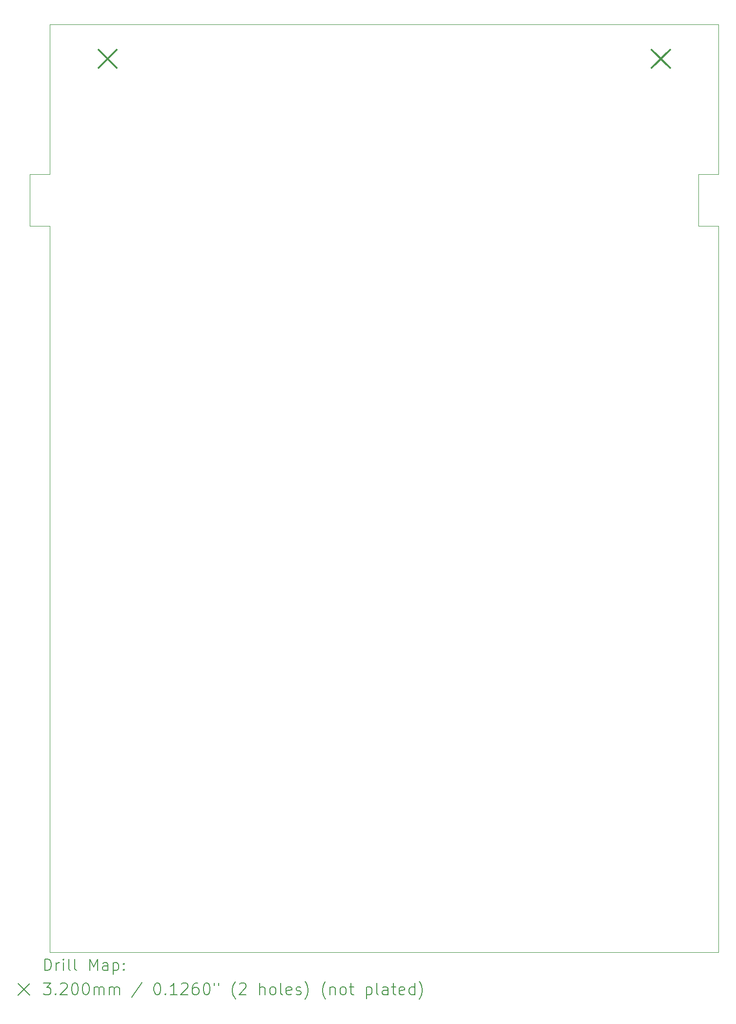
<source format=gbr>
%TF.GenerationSoftware,KiCad,Pcbnew,9.0.2*%
%TF.CreationDate,2025-05-18T19:27:08-05:00*%
%TF.ProjectId,touch-pads,746f7563-682d-4706-9164-732e6b696361,rev?*%
%TF.SameCoordinates,Original*%
%TF.FileFunction,Drillmap*%
%TF.FilePolarity,Positive*%
%FSLAX45Y45*%
G04 Gerber Fmt 4.5, Leading zero omitted, Abs format (unit mm)*
G04 Created by KiCad (PCBNEW 9.0.2) date 2025-05-18 19:27:08*
%MOMM*%
%LPD*%
G01*
G04 APERTURE LIST*
%ADD10C,0.050000*%
%ADD11C,0.200000*%
%ADD12C,0.320000*%
G04 APERTURE END LIST*
D10*
X32125000Y-10075000D02*
X32125000Y-12675000D01*
X20525000Y-10075000D02*
X20525000Y-12675000D01*
X20175000Y-12675000D02*
X20175000Y-13575000D01*
X32125000Y-13575000D02*
X31775000Y-13575000D01*
X32125000Y-13575000D02*
X32125000Y-26175000D01*
X20525000Y-13575000D02*
X20525000Y-26175000D01*
X32125000Y-26175000D02*
X20525000Y-26175000D01*
X20525000Y-13575000D02*
X20175000Y-13575000D01*
X20525000Y-10075000D02*
X32125000Y-10075000D01*
X31775000Y-12675000D02*
X31775000Y-13575000D01*
X20175000Y-12675000D02*
X20525000Y-12675000D01*
X31775000Y-12675000D02*
X32125000Y-12675000D01*
D11*
D12*
X21365000Y-10515000D02*
X21685000Y-10835000D01*
X21685000Y-10515000D02*
X21365000Y-10835000D01*
X30965000Y-10515000D02*
X31285000Y-10835000D01*
X31285000Y-10515000D02*
X30965000Y-10835000D01*
D11*
X20433277Y-26488984D02*
X20433277Y-26288984D01*
X20433277Y-26288984D02*
X20480896Y-26288984D01*
X20480896Y-26288984D02*
X20509467Y-26298508D01*
X20509467Y-26298508D02*
X20528515Y-26317555D01*
X20528515Y-26317555D02*
X20538039Y-26336603D01*
X20538039Y-26336603D02*
X20547563Y-26374698D01*
X20547563Y-26374698D02*
X20547563Y-26403269D01*
X20547563Y-26403269D02*
X20538039Y-26441365D01*
X20538039Y-26441365D02*
X20528515Y-26460412D01*
X20528515Y-26460412D02*
X20509467Y-26479460D01*
X20509467Y-26479460D02*
X20480896Y-26488984D01*
X20480896Y-26488984D02*
X20433277Y-26488984D01*
X20633277Y-26488984D02*
X20633277Y-26355650D01*
X20633277Y-26393746D02*
X20642801Y-26374698D01*
X20642801Y-26374698D02*
X20652324Y-26365174D01*
X20652324Y-26365174D02*
X20671372Y-26355650D01*
X20671372Y-26355650D02*
X20690420Y-26355650D01*
X20757086Y-26488984D02*
X20757086Y-26355650D01*
X20757086Y-26288984D02*
X20747563Y-26298508D01*
X20747563Y-26298508D02*
X20757086Y-26308031D01*
X20757086Y-26308031D02*
X20766610Y-26298508D01*
X20766610Y-26298508D02*
X20757086Y-26288984D01*
X20757086Y-26288984D02*
X20757086Y-26308031D01*
X20880896Y-26488984D02*
X20861848Y-26479460D01*
X20861848Y-26479460D02*
X20852324Y-26460412D01*
X20852324Y-26460412D02*
X20852324Y-26288984D01*
X20985658Y-26488984D02*
X20966610Y-26479460D01*
X20966610Y-26479460D02*
X20957086Y-26460412D01*
X20957086Y-26460412D02*
X20957086Y-26288984D01*
X21214229Y-26488984D02*
X21214229Y-26288984D01*
X21214229Y-26288984D02*
X21280896Y-26431841D01*
X21280896Y-26431841D02*
X21347563Y-26288984D01*
X21347563Y-26288984D02*
X21347563Y-26488984D01*
X21528515Y-26488984D02*
X21528515Y-26384222D01*
X21528515Y-26384222D02*
X21518991Y-26365174D01*
X21518991Y-26365174D02*
X21499944Y-26355650D01*
X21499944Y-26355650D02*
X21461848Y-26355650D01*
X21461848Y-26355650D02*
X21442801Y-26365174D01*
X21528515Y-26479460D02*
X21509467Y-26488984D01*
X21509467Y-26488984D02*
X21461848Y-26488984D01*
X21461848Y-26488984D02*
X21442801Y-26479460D01*
X21442801Y-26479460D02*
X21433277Y-26460412D01*
X21433277Y-26460412D02*
X21433277Y-26441365D01*
X21433277Y-26441365D02*
X21442801Y-26422317D01*
X21442801Y-26422317D02*
X21461848Y-26412793D01*
X21461848Y-26412793D02*
X21509467Y-26412793D01*
X21509467Y-26412793D02*
X21528515Y-26403269D01*
X21623753Y-26355650D02*
X21623753Y-26555650D01*
X21623753Y-26365174D02*
X21642801Y-26355650D01*
X21642801Y-26355650D02*
X21680896Y-26355650D01*
X21680896Y-26355650D02*
X21699944Y-26365174D01*
X21699944Y-26365174D02*
X21709467Y-26374698D01*
X21709467Y-26374698D02*
X21718991Y-26393746D01*
X21718991Y-26393746D02*
X21718991Y-26450888D01*
X21718991Y-26450888D02*
X21709467Y-26469936D01*
X21709467Y-26469936D02*
X21699944Y-26479460D01*
X21699944Y-26479460D02*
X21680896Y-26488984D01*
X21680896Y-26488984D02*
X21642801Y-26488984D01*
X21642801Y-26488984D02*
X21623753Y-26479460D01*
X21804705Y-26469936D02*
X21814229Y-26479460D01*
X21814229Y-26479460D02*
X21804705Y-26488984D01*
X21804705Y-26488984D02*
X21795182Y-26479460D01*
X21795182Y-26479460D02*
X21804705Y-26469936D01*
X21804705Y-26469936D02*
X21804705Y-26488984D01*
X21804705Y-26365174D02*
X21814229Y-26374698D01*
X21814229Y-26374698D02*
X21804705Y-26384222D01*
X21804705Y-26384222D02*
X21795182Y-26374698D01*
X21795182Y-26374698D02*
X21804705Y-26365174D01*
X21804705Y-26365174D02*
X21804705Y-26384222D01*
X19972500Y-26717500D02*
X20172500Y-26917500D01*
X20172500Y-26717500D02*
X19972500Y-26917500D01*
X20414229Y-26708984D02*
X20538039Y-26708984D01*
X20538039Y-26708984D02*
X20471372Y-26785174D01*
X20471372Y-26785174D02*
X20499944Y-26785174D01*
X20499944Y-26785174D02*
X20518991Y-26794698D01*
X20518991Y-26794698D02*
X20528515Y-26804222D01*
X20528515Y-26804222D02*
X20538039Y-26823269D01*
X20538039Y-26823269D02*
X20538039Y-26870888D01*
X20538039Y-26870888D02*
X20528515Y-26889936D01*
X20528515Y-26889936D02*
X20518991Y-26899460D01*
X20518991Y-26899460D02*
X20499944Y-26908984D01*
X20499944Y-26908984D02*
X20442801Y-26908984D01*
X20442801Y-26908984D02*
X20423753Y-26899460D01*
X20423753Y-26899460D02*
X20414229Y-26889936D01*
X20623753Y-26889936D02*
X20633277Y-26899460D01*
X20633277Y-26899460D02*
X20623753Y-26908984D01*
X20623753Y-26908984D02*
X20614229Y-26899460D01*
X20614229Y-26899460D02*
X20623753Y-26889936D01*
X20623753Y-26889936D02*
X20623753Y-26908984D01*
X20709467Y-26728031D02*
X20718991Y-26718508D01*
X20718991Y-26718508D02*
X20738039Y-26708984D01*
X20738039Y-26708984D02*
X20785658Y-26708984D01*
X20785658Y-26708984D02*
X20804705Y-26718508D01*
X20804705Y-26718508D02*
X20814229Y-26728031D01*
X20814229Y-26728031D02*
X20823753Y-26747079D01*
X20823753Y-26747079D02*
X20823753Y-26766127D01*
X20823753Y-26766127D02*
X20814229Y-26794698D01*
X20814229Y-26794698D02*
X20699944Y-26908984D01*
X20699944Y-26908984D02*
X20823753Y-26908984D01*
X20947563Y-26708984D02*
X20966610Y-26708984D01*
X20966610Y-26708984D02*
X20985658Y-26718508D01*
X20985658Y-26718508D02*
X20995182Y-26728031D01*
X20995182Y-26728031D02*
X21004705Y-26747079D01*
X21004705Y-26747079D02*
X21014229Y-26785174D01*
X21014229Y-26785174D02*
X21014229Y-26832793D01*
X21014229Y-26832793D02*
X21004705Y-26870888D01*
X21004705Y-26870888D02*
X20995182Y-26889936D01*
X20995182Y-26889936D02*
X20985658Y-26899460D01*
X20985658Y-26899460D02*
X20966610Y-26908984D01*
X20966610Y-26908984D02*
X20947563Y-26908984D01*
X20947563Y-26908984D02*
X20928515Y-26899460D01*
X20928515Y-26899460D02*
X20918991Y-26889936D01*
X20918991Y-26889936D02*
X20909467Y-26870888D01*
X20909467Y-26870888D02*
X20899944Y-26832793D01*
X20899944Y-26832793D02*
X20899944Y-26785174D01*
X20899944Y-26785174D02*
X20909467Y-26747079D01*
X20909467Y-26747079D02*
X20918991Y-26728031D01*
X20918991Y-26728031D02*
X20928515Y-26718508D01*
X20928515Y-26718508D02*
X20947563Y-26708984D01*
X21138039Y-26708984D02*
X21157086Y-26708984D01*
X21157086Y-26708984D02*
X21176134Y-26718508D01*
X21176134Y-26718508D02*
X21185658Y-26728031D01*
X21185658Y-26728031D02*
X21195182Y-26747079D01*
X21195182Y-26747079D02*
X21204705Y-26785174D01*
X21204705Y-26785174D02*
X21204705Y-26832793D01*
X21204705Y-26832793D02*
X21195182Y-26870888D01*
X21195182Y-26870888D02*
X21185658Y-26889936D01*
X21185658Y-26889936D02*
X21176134Y-26899460D01*
X21176134Y-26899460D02*
X21157086Y-26908984D01*
X21157086Y-26908984D02*
X21138039Y-26908984D01*
X21138039Y-26908984D02*
X21118991Y-26899460D01*
X21118991Y-26899460D02*
X21109467Y-26889936D01*
X21109467Y-26889936D02*
X21099944Y-26870888D01*
X21099944Y-26870888D02*
X21090420Y-26832793D01*
X21090420Y-26832793D02*
X21090420Y-26785174D01*
X21090420Y-26785174D02*
X21099944Y-26747079D01*
X21099944Y-26747079D02*
X21109467Y-26728031D01*
X21109467Y-26728031D02*
X21118991Y-26718508D01*
X21118991Y-26718508D02*
X21138039Y-26708984D01*
X21290420Y-26908984D02*
X21290420Y-26775650D01*
X21290420Y-26794698D02*
X21299944Y-26785174D01*
X21299944Y-26785174D02*
X21318991Y-26775650D01*
X21318991Y-26775650D02*
X21347563Y-26775650D01*
X21347563Y-26775650D02*
X21366610Y-26785174D01*
X21366610Y-26785174D02*
X21376134Y-26804222D01*
X21376134Y-26804222D02*
X21376134Y-26908984D01*
X21376134Y-26804222D02*
X21385658Y-26785174D01*
X21385658Y-26785174D02*
X21404705Y-26775650D01*
X21404705Y-26775650D02*
X21433277Y-26775650D01*
X21433277Y-26775650D02*
X21452325Y-26785174D01*
X21452325Y-26785174D02*
X21461848Y-26804222D01*
X21461848Y-26804222D02*
X21461848Y-26908984D01*
X21557086Y-26908984D02*
X21557086Y-26775650D01*
X21557086Y-26794698D02*
X21566610Y-26785174D01*
X21566610Y-26785174D02*
X21585658Y-26775650D01*
X21585658Y-26775650D02*
X21614229Y-26775650D01*
X21614229Y-26775650D02*
X21633277Y-26785174D01*
X21633277Y-26785174D02*
X21642801Y-26804222D01*
X21642801Y-26804222D02*
X21642801Y-26908984D01*
X21642801Y-26804222D02*
X21652325Y-26785174D01*
X21652325Y-26785174D02*
X21671372Y-26775650D01*
X21671372Y-26775650D02*
X21699944Y-26775650D01*
X21699944Y-26775650D02*
X21718991Y-26785174D01*
X21718991Y-26785174D02*
X21728515Y-26804222D01*
X21728515Y-26804222D02*
X21728515Y-26908984D01*
X22118991Y-26699460D02*
X21947563Y-26956603D01*
X22376134Y-26708984D02*
X22395182Y-26708984D01*
X22395182Y-26708984D02*
X22414229Y-26718508D01*
X22414229Y-26718508D02*
X22423753Y-26728031D01*
X22423753Y-26728031D02*
X22433277Y-26747079D01*
X22433277Y-26747079D02*
X22442801Y-26785174D01*
X22442801Y-26785174D02*
X22442801Y-26832793D01*
X22442801Y-26832793D02*
X22433277Y-26870888D01*
X22433277Y-26870888D02*
X22423753Y-26889936D01*
X22423753Y-26889936D02*
X22414229Y-26899460D01*
X22414229Y-26899460D02*
X22395182Y-26908984D01*
X22395182Y-26908984D02*
X22376134Y-26908984D01*
X22376134Y-26908984D02*
X22357087Y-26899460D01*
X22357087Y-26899460D02*
X22347563Y-26889936D01*
X22347563Y-26889936D02*
X22338039Y-26870888D01*
X22338039Y-26870888D02*
X22328515Y-26832793D01*
X22328515Y-26832793D02*
X22328515Y-26785174D01*
X22328515Y-26785174D02*
X22338039Y-26747079D01*
X22338039Y-26747079D02*
X22347563Y-26728031D01*
X22347563Y-26728031D02*
X22357087Y-26718508D01*
X22357087Y-26718508D02*
X22376134Y-26708984D01*
X22528515Y-26889936D02*
X22538039Y-26899460D01*
X22538039Y-26899460D02*
X22528515Y-26908984D01*
X22528515Y-26908984D02*
X22518991Y-26899460D01*
X22518991Y-26899460D02*
X22528515Y-26889936D01*
X22528515Y-26889936D02*
X22528515Y-26908984D01*
X22728515Y-26908984D02*
X22614229Y-26908984D01*
X22671372Y-26908984D02*
X22671372Y-26708984D01*
X22671372Y-26708984D02*
X22652325Y-26737555D01*
X22652325Y-26737555D02*
X22633277Y-26756603D01*
X22633277Y-26756603D02*
X22614229Y-26766127D01*
X22804706Y-26728031D02*
X22814229Y-26718508D01*
X22814229Y-26718508D02*
X22833277Y-26708984D01*
X22833277Y-26708984D02*
X22880896Y-26708984D01*
X22880896Y-26708984D02*
X22899944Y-26718508D01*
X22899944Y-26718508D02*
X22909467Y-26728031D01*
X22909467Y-26728031D02*
X22918991Y-26747079D01*
X22918991Y-26747079D02*
X22918991Y-26766127D01*
X22918991Y-26766127D02*
X22909467Y-26794698D01*
X22909467Y-26794698D02*
X22795182Y-26908984D01*
X22795182Y-26908984D02*
X22918991Y-26908984D01*
X23090420Y-26708984D02*
X23052325Y-26708984D01*
X23052325Y-26708984D02*
X23033277Y-26718508D01*
X23033277Y-26718508D02*
X23023753Y-26728031D01*
X23023753Y-26728031D02*
X23004706Y-26756603D01*
X23004706Y-26756603D02*
X22995182Y-26794698D01*
X22995182Y-26794698D02*
X22995182Y-26870888D01*
X22995182Y-26870888D02*
X23004706Y-26889936D01*
X23004706Y-26889936D02*
X23014229Y-26899460D01*
X23014229Y-26899460D02*
X23033277Y-26908984D01*
X23033277Y-26908984D02*
X23071372Y-26908984D01*
X23071372Y-26908984D02*
X23090420Y-26899460D01*
X23090420Y-26899460D02*
X23099944Y-26889936D01*
X23099944Y-26889936D02*
X23109467Y-26870888D01*
X23109467Y-26870888D02*
X23109467Y-26823269D01*
X23109467Y-26823269D02*
X23099944Y-26804222D01*
X23099944Y-26804222D02*
X23090420Y-26794698D01*
X23090420Y-26794698D02*
X23071372Y-26785174D01*
X23071372Y-26785174D02*
X23033277Y-26785174D01*
X23033277Y-26785174D02*
X23014229Y-26794698D01*
X23014229Y-26794698D02*
X23004706Y-26804222D01*
X23004706Y-26804222D02*
X22995182Y-26823269D01*
X23233277Y-26708984D02*
X23252325Y-26708984D01*
X23252325Y-26708984D02*
X23271372Y-26718508D01*
X23271372Y-26718508D02*
X23280896Y-26728031D01*
X23280896Y-26728031D02*
X23290420Y-26747079D01*
X23290420Y-26747079D02*
X23299944Y-26785174D01*
X23299944Y-26785174D02*
X23299944Y-26832793D01*
X23299944Y-26832793D02*
X23290420Y-26870888D01*
X23290420Y-26870888D02*
X23280896Y-26889936D01*
X23280896Y-26889936D02*
X23271372Y-26899460D01*
X23271372Y-26899460D02*
X23252325Y-26908984D01*
X23252325Y-26908984D02*
X23233277Y-26908984D01*
X23233277Y-26908984D02*
X23214229Y-26899460D01*
X23214229Y-26899460D02*
X23204706Y-26889936D01*
X23204706Y-26889936D02*
X23195182Y-26870888D01*
X23195182Y-26870888D02*
X23185658Y-26832793D01*
X23185658Y-26832793D02*
X23185658Y-26785174D01*
X23185658Y-26785174D02*
X23195182Y-26747079D01*
X23195182Y-26747079D02*
X23204706Y-26728031D01*
X23204706Y-26728031D02*
X23214229Y-26718508D01*
X23214229Y-26718508D02*
X23233277Y-26708984D01*
X23376134Y-26708984D02*
X23376134Y-26747079D01*
X23452325Y-26708984D02*
X23452325Y-26747079D01*
X23747563Y-26985174D02*
X23738039Y-26975650D01*
X23738039Y-26975650D02*
X23718991Y-26947079D01*
X23718991Y-26947079D02*
X23709468Y-26928031D01*
X23709468Y-26928031D02*
X23699944Y-26899460D01*
X23699944Y-26899460D02*
X23690420Y-26851841D01*
X23690420Y-26851841D02*
X23690420Y-26813746D01*
X23690420Y-26813746D02*
X23699944Y-26766127D01*
X23699944Y-26766127D02*
X23709468Y-26737555D01*
X23709468Y-26737555D02*
X23718991Y-26718508D01*
X23718991Y-26718508D02*
X23738039Y-26689936D01*
X23738039Y-26689936D02*
X23747563Y-26680412D01*
X23814229Y-26728031D02*
X23823753Y-26718508D01*
X23823753Y-26718508D02*
X23842801Y-26708984D01*
X23842801Y-26708984D02*
X23890420Y-26708984D01*
X23890420Y-26708984D02*
X23909468Y-26718508D01*
X23909468Y-26718508D02*
X23918991Y-26728031D01*
X23918991Y-26728031D02*
X23928515Y-26747079D01*
X23928515Y-26747079D02*
X23928515Y-26766127D01*
X23928515Y-26766127D02*
X23918991Y-26794698D01*
X23918991Y-26794698D02*
X23804706Y-26908984D01*
X23804706Y-26908984D02*
X23928515Y-26908984D01*
X24166610Y-26908984D02*
X24166610Y-26708984D01*
X24252325Y-26908984D02*
X24252325Y-26804222D01*
X24252325Y-26804222D02*
X24242801Y-26785174D01*
X24242801Y-26785174D02*
X24223753Y-26775650D01*
X24223753Y-26775650D02*
X24195182Y-26775650D01*
X24195182Y-26775650D02*
X24176134Y-26785174D01*
X24176134Y-26785174D02*
X24166610Y-26794698D01*
X24376134Y-26908984D02*
X24357087Y-26899460D01*
X24357087Y-26899460D02*
X24347563Y-26889936D01*
X24347563Y-26889936D02*
X24338039Y-26870888D01*
X24338039Y-26870888D02*
X24338039Y-26813746D01*
X24338039Y-26813746D02*
X24347563Y-26794698D01*
X24347563Y-26794698D02*
X24357087Y-26785174D01*
X24357087Y-26785174D02*
X24376134Y-26775650D01*
X24376134Y-26775650D02*
X24404706Y-26775650D01*
X24404706Y-26775650D02*
X24423753Y-26785174D01*
X24423753Y-26785174D02*
X24433277Y-26794698D01*
X24433277Y-26794698D02*
X24442801Y-26813746D01*
X24442801Y-26813746D02*
X24442801Y-26870888D01*
X24442801Y-26870888D02*
X24433277Y-26889936D01*
X24433277Y-26889936D02*
X24423753Y-26899460D01*
X24423753Y-26899460D02*
X24404706Y-26908984D01*
X24404706Y-26908984D02*
X24376134Y-26908984D01*
X24557087Y-26908984D02*
X24538039Y-26899460D01*
X24538039Y-26899460D02*
X24528515Y-26880412D01*
X24528515Y-26880412D02*
X24528515Y-26708984D01*
X24709468Y-26899460D02*
X24690420Y-26908984D01*
X24690420Y-26908984D02*
X24652325Y-26908984D01*
X24652325Y-26908984D02*
X24633277Y-26899460D01*
X24633277Y-26899460D02*
X24623753Y-26880412D01*
X24623753Y-26880412D02*
X24623753Y-26804222D01*
X24623753Y-26804222D02*
X24633277Y-26785174D01*
X24633277Y-26785174D02*
X24652325Y-26775650D01*
X24652325Y-26775650D02*
X24690420Y-26775650D01*
X24690420Y-26775650D02*
X24709468Y-26785174D01*
X24709468Y-26785174D02*
X24718991Y-26804222D01*
X24718991Y-26804222D02*
X24718991Y-26823269D01*
X24718991Y-26823269D02*
X24623753Y-26842317D01*
X24795182Y-26899460D02*
X24814230Y-26908984D01*
X24814230Y-26908984D02*
X24852325Y-26908984D01*
X24852325Y-26908984D02*
X24871372Y-26899460D01*
X24871372Y-26899460D02*
X24880896Y-26880412D01*
X24880896Y-26880412D02*
X24880896Y-26870888D01*
X24880896Y-26870888D02*
X24871372Y-26851841D01*
X24871372Y-26851841D02*
X24852325Y-26842317D01*
X24852325Y-26842317D02*
X24823753Y-26842317D01*
X24823753Y-26842317D02*
X24804706Y-26832793D01*
X24804706Y-26832793D02*
X24795182Y-26813746D01*
X24795182Y-26813746D02*
X24795182Y-26804222D01*
X24795182Y-26804222D02*
X24804706Y-26785174D01*
X24804706Y-26785174D02*
X24823753Y-26775650D01*
X24823753Y-26775650D02*
X24852325Y-26775650D01*
X24852325Y-26775650D02*
X24871372Y-26785174D01*
X24947563Y-26985174D02*
X24957087Y-26975650D01*
X24957087Y-26975650D02*
X24976134Y-26947079D01*
X24976134Y-26947079D02*
X24985658Y-26928031D01*
X24985658Y-26928031D02*
X24995182Y-26899460D01*
X24995182Y-26899460D02*
X25004706Y-26851841D01*
X25004706Y-26851841D02*
X25004706Y-26813746D01*
X25004706Y-26813746D02*
X24995182Y-26766127D01*
X24995182Y-26766127D02*
X24985658Y-26737555D01*
X24985658Y-26737555D02*
X24976134Y-26718508D01*
X24976134Y-26718508D02*
X24957087Y-26689936D01*
X24957087Y-26689936D02*
X24947563Y-26680412D01*
X25309468Y-26985174D02*
X25299944Y-26975650D01*
X25299944Y-26975650D02*
X25280896Y-26947079D01*
X25280896Y-26947079D02*
X25271372Y-26928031D01*
X25271372Y-26928031D02*
X25261849Y-26899460D01*
X25261849Y-26899460D02*
X25252325Y-26851841D01*
X25252325Y-26851841D02*
X25252325Y-26813746D01*
X25252325Y-26813746D02*
X25261849Y-26766127D01*
X25261849Y-26766127D02*
X25271372Y-26737555D01*
X25271372Y-26737555D02*
X25280896Y-26718508D01*
X25280896Y-26718508D02*
X25299944Y-26689936D01*
X25299944Y-26689936D02*
X25309468Y-26680412D01*
X25385658Y-26775650D02*
X25385658Y-26908984D01*
X25385658Y-26794698D02*
X25395182Y-26785174D01*
X25395182Y-26785174D02*
X25414230Y-26775650D01*
X25414230Y-26775650D02*
X25442801Y-26775650D01*
X25442801Y-26775650D02*
X25461849Y-26785174D01*
X25461849Y-26785174D02*
X25471372Y-26804222D01*
X25471372Y-26804222D02*
X25471372Y-26908984D01*
X25595182Y-26908984D02*
X25576134Y-26899460D01*
X25576134Y-26899460D02*
X25566611Y-26889936D01*
X25566611Y-26889936D02*
X25557087Y-26870888D01*
X25557087Y-26870888D02*
X25557087Y-26813746D01*
X25557087Y-26813746D02*
X25566611Y-26794698D01*
X25566611Y-26794698D02*
X25576134Y-26785174D01*
X25576134Y-26785174D02*
X25595182Y-26775650D01*
X25595182Y-26775650D02*
X25623753Y-26775650D01*
X25623753Y-26775650D02*
X25642801Y-26785174D01*
X25642801Y-26785174D02*
X25652325Y-26794698D01*
X25652325Y-26794698D02*
X25661849Y-26813746D01*
X25661849Y-26813746D02*
X25661849Y-26870888D01*
X25661849Y-26870888D02*
X25652325Y-26889936D01*
X25652325Y-26889936D02*
X25642801Y-26899460D01*
X25642801Y-26899460D02*
X25623753Y-26908984D01*
X25623753Y-26908984D02*
X25595182Y-26908984D01*
X25718992Y-26775650D02*
X25795182Y-26775650D01*
X25747563Y-26708984D02*
X25747563Y-26880412D01*
X25747563Y-26880412D02*
X25757087Y-26899460D01*
X25757087Y-26899460D02*
X25776134Y-26908984D01*
X25776134Y-26908984D02*
X25795182Y-26908984D01*
X26014230Y-26775650D02*
X26014230Y-26975650D01*
X26014230Y-26785174D02*
X26033277Y-26775650D01*
X26033277Y-26775650D02*
X26071373Y-26775650D01*
X26071373Y-26775650D02*
X26090420Y-26785174D01*
X26090420Y-26785174D02*
X26099944Y-26794698D01*
X26099944Y-26794698D02*
X26109468Y-26813746D01*
X26109468Y-26813746D02*
X26109468Y-26870888D01*
X26109468Y-26870888D02*
X26099944Y-26889936D01*
X26099944Y-26889936D02*
X26090420Y-26899460D01*
X26090420Y-26899460D02*
X26071373Y-26908984D01*
X26071373Y-26908984D02*
X26033277Y-26908984D01*
X26033277Y-26908984D02*
X26014230Y-26899460D01*
X26223753Y-26908984D02*
X26204706Y-26899460D01*
X26204706Y-26899460D02*
X26195182Y-26880412D01*
X26195182Y-26880412D02*
X26195182Y-26708984D01*
X26385658Y-26908984D02*
X26385658Y-26804222D01*
X26385658Y-26804222D02*
X26376134Y-26785174D01*
X26376134Y-26785174D02*
X26357087Y-26775650D01*
X26357087Y-26775650D02*
X26318992Y-26775650D01*
X26318992Y-26775650D02*
X26299944Y-26785174D01*
X26385658Y-26899460D02*
X26366611Y-26908984D01*
X26366611Y-26908984D02*
X26318992Y-26908984D01*
X26318992Y-26908984D02*
X26299944Y-26899460D01*
X26299944Y-26899460D02*
X26290420Y-26880412D01*
X26290420Y-26880412D02*
X26290420Y-26861365D01*
X26290420Y-26861365D02*
X26299944Y-26842317D01*
X26299944Y-26842317D02*
X26318992Y-26832793D01*
X26318992Y-26832793D02*
X26366611Y-26832793D01*
X26366611Y-26832793D02*
X26385658Y-26823269D01*
X26452325Y-26775650D02*
X26528515Y-26775650D01*
X26480896Y-26708984D02*
X26480896Y-26880412D01*
X26480896Y-26880412D02*
X26490420Y-26899460D01*
X26490420Y-26899460D02*
X26509468Y-26908984D01*
X26509468Y-26908984D02*
X26528515Y-26908984D01*
X26671373Y-26899460D02*
X26652325Y-26908984D01*
X26652325Y-26908984D02*
X26614230Y-26908984D01*
X26614230Y-26908984D02*
X26595182Y-26899460D01*
X26595182Y-26899460D02*
X26585658Y-26880412D01*
X26585658Y-26880412D02*
X26585658Y-26804222D01*
X26585658Y-26804222D02*
X26595182Y-26785174D01*
X26595182Y-26785174D02*
X26614230Y-26775650D01*
X26614230Y-26775650D02*
X26652325Y-26775650D01*
X26652325Y-26775650D02*
X26671373Y-26785174D01*
X26671373Y-26785174D02*
X26680896Y-26804222D01*
X26680896Y-26804222D02*
X26680896Y-26823269D01*
X26680896Y-26823269D02*
X26585658Y-26842317D01*
X26852325Y-26908984D02*
X26852325Y-26708984D01*
X26852325Y-26899460D02*
X26833277Y-26908984D01*
X26833277Y-26908984D02*
X26795182Y-26908984D01*
X26795182Y-26908984D02*
X26776134Y-26899460D01*
X26776134Y-26899460D02*
X26766611Y-26889936D01*
X26766611Y-26889936D02*
X26757087Y-26870888D01*
X26757087Y-26870888D02*
X26757087Y-26813746D01*
X26757087Y-26813746D02*
X26766611Y-26794698D01*
X26766611Y-26794698D02*
X26776134Y-26785174D01*
X26776134Y-26785174D02*
X26795182Y-26775650D01*
X26795182Y-26775650D02*
X26833277Y-26775650D01*
X26833277Y-26775650D02*
X26852325Y-26785174D01*
X26928515Y-26985174D02*
X26938039Y-26975650D01*
X26938039Y-26975650D02*
X26957087Y-26947079D01*
X26957087Y-26947079D02*
X26966611Y-26928031D01*
X26966611Y-26928031D02*
X26976134Y-26899460D01*
X26976134Y-26899460D02*
X26985658Y-26851841D01*
X26985658Y-26851841D02*
X26985658Y-26813746D01*
X26985658Y-26813746D02*
X26976134Y-26766127D01*
X26976134Y-26766127D02*
X26966611Y-26737555D01*
X26966611Y-26737555D02*
X26957087Y-26718508D01*
X26957087Y-26718508D02*
X26938039Y-26689936D01*
X26938039Y-26689936D02*
X26928515Y-26680412D01*
M02*

</source>
